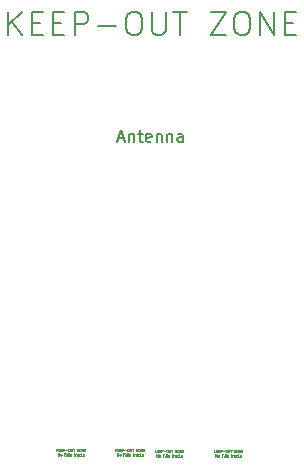
<source format=gbr>
%TF.GenerationSoftware,KiCad,Pcbnew,9.0.0*%
%TF.CreationDate,2025-04-10T21:45:59-06:00*%
%TF.ProjectId,esp32,65737033-322e-46b6-9963-61645f706362,rev?*%
%TF.SameCoordinates,Original*%
%TF.FileFunction,Other,Comment*%
%FSLAX46Y46*%
G04 Gerber Fmt 4.6, Leading zero omitted, Abs format (unit mm)*
G04 Created by KiCad (PCBNEW 9.0.0) date 2025-04-10 21:45:59*
%MOMM*%
%LPD*%
G01*
G04 APERTURE LIST*
%ADD10C,0.030000*%
%ADD11C,0.150000*%
G04 APERTURE END LIST*
D10*
X68359715Y-89105963D02*
X68359715Y-88905963D01*
X68474000Y-89105963D02*
X68388286Y-88991678D01*
X68474000Y-88905963D02*
X68359715Y-89020249D01*
X68559715Y-89001201D02*
X68626381Y-89001201D01*
X68654953Y-89105963D02*
X68559715Y-89105963D01*
X68559715Y-89105963D02*
X68559715Y-88905963D01*
X68559715Y-88905963D02*
X68654953Y-88905963D01*
X68740667Y-89001201D02*
X68807333Y-89001201D01*
X68835905Y-89105963D02*
X68740667Y-89105963D01*
X68740667Y-89105963D02*
X68740667Y-88905963D01*
X68740667Y-88905963D02*
X68835905Y-88905963D01*
X68921619Y-89105963D02*
X68921619Y-88905963D01*
X68921619Y-88905963D02*
X68997809Y-88905963D01*
X68997809Y-88905963D02*
X69016857Y-88915487D01*
X69016857Y-88915487D02*
X69026380Y-88925011D01*
X69026380Y-88925011D02*
X69035904Y-88944059D01*
X69035904Y-88944059D02*
X69035904Y-88972630D01*
X69035904Y-88972630D02*
X69026380Y-88991678D01*
X69026380Y-88991678D02*
X69016857Y-89001201D01*
X69016857Y-89001201D02*
X68997809Y-89010725D01*
X68997809Y-89010725D02*
X68921619Y-89010725D01*
X69121619Y-89029773D02*
X69274000Y-89029773D01*
X69407333Y-88905963D02*
X69445428Y-88905963D01*
X69445428Y-88905963D02*
X69464476Y-88915487D01*
X69464476Y-88915487D02*
X69483523Y-88934535D01*
X69483523Y-88934535D02*
X69493047Y-88972630D01*
X69493047Y-88972630D02*
X69493047Y-89039297D01*
X69493047Y-89039297D02*
X69483523Y-89077392D01*
X69483523Y-89077392D02*
X69464476Y-89096440D01*
X69464476Y-89096440D02*
X69445428Y-89105963D01*
X69445428Y-89105963D02*
X69407333Y-89105963D01*
X69407333Y-89105963D02*
X69388285Y-89096440D01*
X69388285Y-89096440D02*
X69369238Y-89077392D01*
X69369238Y-89077392D02*
X69359714Y-89039297D01*
X69359714Y-89039297D02*
X69359714Y-88972630D01*
X69359714Y-88972630D02*
X69369238Y-88934535D01*
X69369238Y-88934535D02*
X69388285Y-88915487D01*
X69388285Y-88915487D02*
X69407333Y-88905963D01*
X69578762Y-88905963D02*
X69578762Y-89067868D01*
X69578762Y-89067868D02*
X69588285Y-89086916D01*
X69588285Y-89086916D02*
X69597809Y-89096440D01*
X69597809Y-89096440D02*
X69616857Y-89105963D01*
X69616857Y-89105963D02*
X69654952Y-89105963D01*
X69654952Y-89105963D02*
X69674000Y-89096440D01*
X69674000Y-89096440D02*
X69683523Y-89086916D01*
X69683523Y-89086916D02*
X69693047Y-89067868D01*
X69693047Y-89067868D02*
X69693047Y-88905963D01*
X69759714Y-88905963D02*
X69874000Y-88905963D01*
X69816857Y-89105963D02*
X69816857Y-88905963D01*
X70074000Y-88905963D02*
X70207333Y-88905963D01*
X70207333Y-88905963D02*
X70074000Y-89105963D01*
X70074000Y-89105963D02*
X70207333Y-89105963D01*
X70321619Y-88905963D02*
X70359714Y-88905963D01*
X70359714Y-88905963D02*
X70378762Y-88915487D01*
X70378762Y-88915487D02*
X70397809Y-88934535D01*
X70397809Y-88934535D02*
X70407333Y-88972630D01*
X70407333Y-88972630D02*
X70407333Y-89039297D01*
X70407333Y-89039297D02*
X70397809Y-89077392D01*
X70397809Y-89077392D02*
X70378762Y-89096440D01*
X70378762Y-89096440D02*
X70359714Y-89105963D01*
X70359714Y-89105963D02*
X70321619Y-89105963D01*
X70321619Y-89105963D02*
X70302571Y-89096440D01*
X70302571Y-89096440D02*
X70283524Y-89077392D01*
X70283524Y-89077392D02*
X70274000Y-89039297D01*
X70274000Y-89039297D02*
X70274000Y-88972630D01*
X70274000Y-88972630D02*
X70283524Y-88934535D01*
X70283524Y-88934535D02*
X70302571Y-88915487D01*
X70302571Y-88915487D02*
X70321619Y-88905963D01*
X70493048Y-89105963D02*
X70493048Y-88905963D01*
X70493048Y-88905963D02*
X70607333Y-89105963D01*
X70607333Y-89105963D02*
X70607333Y-88905963D01*
X70702572Y-89001201D02*
X70769238Y-89001201D01*
X70797810Y-89105963D02*
X70702572Y-89105963D01*
X70702572Y-89105963D02*
X70702572Y-88905963D01*
X70702572Y-88905963D02*
X70797810Y-88905963D01*
X68493047Y-89505963D02*
X68493047Y-89305963D01*
X68493047Y-89305963D02*
X68607332Y-89505963D01*
X68607332Y-89505963D02*
X68607332Y-89305963D01*
X68731142Y-89505963D02*
X68712094Y-89496440D01*
X68712094Y-89496440D02*
X68702571Y-89486916D01*
X68702571Y-89486916D02*
X68693047Y-89467868D01*
X68693047Y-89467868D02*
X68693047Y-89410725D01*
X68693047Y-89410725D02*
X68702571Y-89391678D01*
X68702571Y-89391678D02*
X68712094Y-89382154D01*
X68712094Y-89382154D02*
X68731142Y-89372630D01*
X68731142Y-89372630D02*
X68759713Y-89372630D01*
X68759713Y-89372630D02*
X68778761Y-89382154D01*
X68778761Y-89382154D02*
X68788285Y-89391678D01*
X68788285Y-89391678D02*
X68797809Y-89410725D01*
X68797809Y-89410725D02*
X68797809Y-89467868D01*
X68797809Y-89467868D02*
X68788285Y-89486916D01*
X68788285Y-89486916D02*
X68778761Y-89496440D01*
X68778761Y-89496440D02*
X68759713Y-89505963D01*
X68759713Y-89505963D02*
X68731142Y-89505963D01*
X69102570Y-89401201D02*
X69035904Y-89401201D01*
X69035904Y-89505963D02*
X69035904Y-89305963D01*
X69035904Y-89305963D02*
X69131142Y-89305963D01*
X69207333Y-89486916D02*
X69216856Y-89496440D01*
X69216856Y-89496440D02*
X69207333Y-89505963D01*
X69207333Y-89505963D02*
X69197809Y-89496440D01*
X69197809Y-89496440D02*
X69207333Y-89486916D01*
X69207333Y-89486916D02*
X69207333Y-89505963D01*
X69416856Y-89486916D02*
X69407332Y-89496440D01*
X69407332Y-89496440D02*
X69378761Y-89505963D01*
X69378761Y-89505963D02*
X69359713Y-89505963D01*
X69359713Y-89505963D02*
X69331142Y-89496440D01*
X69331142Y-89496440D02*
X69312094Y-89477392D01*
X69312094Y-89477392D02*
X69302571Y-89458344D01*
X69302571Y-89458344D02*
X69293047Y-89420249D01*
X69293047Y-89420249D02*
X69293047Y-89391678D01*
X69293047Y-89391678D02*
X69302571Y-89353582D01*
X69302571Y-89353582D02*
X69312094Y-89334535D01*
X69312094Y-89334535D02*
X69331142Y-89315487D01*
X69331142Y-89315487D02*
X69359713Y-89305963D01*
X69359713Y-89305963D02*
X69378761Y-89305963D01*
X69378761Y-89305963D02*
X69407332Y-89315487D01*
X69407332Y-89315487D02*
X69416856Y-89325011D01*
X69588285Y-89372630D02*
X69588285Y-89505963D01*
X69502571Y-89372630D02*
X69502571Y-89477392D01*
X69502571Y-89477392D02*
X69512094Y-89496440D01*
X69512094Y-89496440D02*
X69531142Y-89505963D01*
X69531142Y-89505963D02*
X69559713Y-89505963D01*
X69559713Y-89505963D02*
X69578761Y-89496440D01*
X69578761Y-89496440D02*
X69588285Y-89486916D01*
X69807332Y-89372630D02*
X69883523Y-89372630D01*
X69835904Y-89305963D02*
X69835904Y-89477392D01*
X69835904Y-89477392D02*
X69845427Y-89496440D01*
X69845427Y-89496440D02*
X69864475Y-89505963D01*
X69864475Y-89505963D02*
X69883523Y-89505963D01*
X69950190Y-89505963D02*
X69950190Y-89372630D01*
X69950190Y-89410725D02*
X69959713Y-89391678D01*
X69959713Y-89391678D02*
X69969237Y-89382154D01*
X69969237Y-89382154D02*
X69988285Y-89372630D01*
X69988285Y-89372630D02*
X70007332Y-89372630D01*
X70159714Y-89505963D02*
X70159714Y-89401201D01*
X70159714Y-89401201D02*
X70150190Y-89382154D01*
X70150190Y-89382154D02*
X70131142Y-89372630D01*
X70131142Y-89372630D02*
X70093047Y-89372630D01*
X70093047Y-89372630D02*
X70074000Y-89382154D01*
X70159714Y-89496440D02*
X70140666Y-89505963D01*
X70140666Y-89505963D02*
X70093047Y-89505963D01*
X70093047Y-89505963D02*
X70074000Y-89496440D01*
X70074000Y-89496440D02*
X70064476Y-89477392D01*
X70064476Y-89477392D02*
X70064476Y-89458344D01*
X70064476Y-89458344D02*
X70074000Y-89439297D01*
X70074000Y-89439297D02*
X70093047Y-89429773D01*
X70093047Y-89429773D02*
X70140666Y-89429773D01*
X70140666Y-89429773D02*
X70159714Y-89420249D01*
X70340666Y-89496440D02*
X70321618Y-89505963D01*
X70321618Y-89505963D02*
X70283523Y-89505963D01*
X70283523Y-89505963D02*
X70264475Y-89496440D01*
X70264475Y-89496440D02*
X70254952Y-89486916D01*
X70254952Y-89486916D02*
X70245428Y-89467868D01*
X70245428Y-89467868D02*
X70245428Y-89410725D01*
X70245428Y-89410725D02*
X70254952Y-89391678D01*
X70254952Y-89391678D02*
X70264475Y-89382154D01*
X70264475Y-89382154D02*
X70283523Y-89372630D01*
X70283523Y-89372630D02*
X70321618Y-89372630D01*
X70321618Y-89372630D02*
X70340666Y-89382154D01*
X70426381Y-89505963D02*
X70426381Y-89305963D01*
X70445428Y-89429773D02*
X70502571Y-89505963D01*
X70502571Y-89372630D02*
X70426381Y-89448820D01*
X70578762Y-89496440D02*
X70597809Y-89505963D01*
X70597809Y-89505963D02*
X70635905Y-89505963D01*
X70635905Y-89505963D02*
X70654952Y-89496440D01*
X70654952Y-89496440D02*
X70664476Y-89477392D01*
X70664476Y-89477392D02*
X70664476Y-89467868D01*
X70664476Y-89467868D02*
X70654952Y-89448820D01*
X70654952Y-89448820D02*
X70635905Y-89439297D01*
X70635905Y-89439297D02*
X70607333Y-89439297D01*
X70607333Y-89439297D02*
X70588286Y-89429773D01*
X70588286Y-89429773D02*
X70578762Y-89410725D01*
X70578762Y-89410725D02*
X70578762Y-89401201D01*
X70578762Y-89401201D02*
X70588286Y-89382154D01*
X70588286Y-89382154D02*
X70607333Y-89372630D01*
X70607333Y-89372630D02*
X70635905Y-89372630D01*
X70635905Y-89372630D02*
X70654952Y-89382154D01*
X73359715Y-89105963D02*
X73359715Y-88905963D01*
X73474000Y-89105963D02*
X73388286Y-88991678D01*
X73474000Y-88905963D02*
X73359715Y-89020249D01*
X73559715Y-89001201D02*
X73626381Y-89001201D01*
X73654953Y-89105963D02*
X73559715Y-89105963D01*
X73559715Y-89105963D02*
X73559715Y-88905963D01*
X73559715Y-88905963D02*
X73654953Y-88905963D01*
X73740667Y-89001201D02*
X73807333Y-89001201D01*
X73835905Y-89105963D02*
X73740667Y-89105963D01*
X73740667Y-89105963D02*
X73740667Y-88905963D01*
X73740667Y-88905963D02*
X73835905Y-88905963D01*
X73921619Y-89105963D02*
X73921619Y-88905963D01*
X73921619Y-88905963D02*
X73997809Y-88905963D01*
X73997809Y-88905963D02*
X74016857Y-88915487D01*
X74016857Y-88915487D02*
X74026380Y-88925011D01*
X74026380Y-88925011D02*
X74035904Y-88944059D01*
X74035904Y-88944059D02*
X74035904Y-88972630D01*
X74035904Y-88972630D02*
X74026380Y-88991678D01*
X74026380Y-88991678D02*
X74016857Y-89001201D01*
X74016857Y-89001201D02*
X73997809Y-89010725D01*
X73997809Y-89010725D02*
X73921619Y-89010725D01*
X74121619Y-89029773D02*
X74274000Y-89029773D01*
X74407333Y-88905963D02*
X74445428Y-88905963D01*
X74445428Y-88905963D02*
X74464476Y-88915487D01*
X74464476Y-88915487D02*
X74483523Y-88934535D01*
X74483523Y-88934535D02*
X74493047Y-88972630D01*
X74493047Y-88972630D02*
X74493047Y-89039297D01*
X74493047Y-89039297D02*
X74483523Y-89077392D01*
X74483523Y-89077392D02*
X74464476Y-89096440D01*
X74464476Y-89096440D02*
X74445428Y-89105963D01*
X74445428Y-89105963D02*
X74407333Y-89105963D01*
X74407333Y-89105963D02*
X74388285Y-89096440D01*
X74388285Y-89096440D02*
X74369238Y-89077392D01*
X74369238Y-89077392D02*
X74359714Y-89039297D01*
X74359714Y-89039297D02*
X74359714Y-88972630D01*
X74359714Y-88972630D02*
X74369238Y-88934535D01*
X74369238Y-88934535D02*
X74388285Y-88915487D01*
X74388285Y-88915487D02*
X74407333Y-88905963D01*
X74578762Y-88905963D02*
X74578762Y-89067868D01*
X74578762Y-89067868D02*
X74588285Y-89086916D01*
X74588285Y-89086916D02*
X74597809Y-89096440D01*
X74597809Y-89096440D02*
X74616857Y-89105963D01*
X74616857Y-89105963D02*
X74654952Y-89105963D01*
X74654952Y-89105963D02*
X74674000Y-89096440D01*
X74674000Y-89096440D02*
X74683523Y-89086916D01*
X74683523Y-89086916D02*
X74693047Y-89067868D01*
X74693047Y-89067868D02*
X74693047Y-88905963D01*
X74759714Y-88905963D02*
X74874000Y-88905963D01*
X74816857Y-89105963D02*
X74816857Y-88905963D01*
X75074000Y-88905963D02*
X75207333Y-88905963D01*
X75207333Y-88905963D02*
X75074000Y-89105963D01*
X75074000Y-89105963D02*
X75207333Y-89105963D01*
X75321619Y-88905963D02*
X75359714Y-88905963D01*
X75359714Y-88905963D02*
X75378762Y-88915487D01*
X75378762Y-88915487D02*
X75397809Y-88934535D01*
X75397809Y-88934535D02*
X75407333Y-88972630D01*
X75407333Y-88972630D02*
X75407333Y-89039297D01*
X75407333Y-89039297D02*
X75397809Y-89077392D01*
X75397809Y-89077392D02*
X75378762Y-89096440D01*
X75378762Y-89096440D02*
X75359714Y-89105963D01*
X75359714Y-89105963D02*
X75321619Y-89105963D01*
X75321619Y-89105963D02*
X75302571Y-89096440D01*
X75302571Y-89096440D02*
X75283524Y-89077392D01*
X75283524Y-89077392D02*
X75274000Y-89039297D01*
X75274000Y-89039297D02*
X75274000Y-88972630D01*
X75274000Y-88972630D02*
X75283524Y-88934535D01*
X75283524Y-88934535D02*
X75302571Y-88915487D01*
X75302571Y-88915487D02*
X75321619Y-88905963D01*
X75493048Y-89105963D02*
X75493048Y-88905963D01*
X75493048Y-88905963D02*
X75607333Y-89105963D01*
X75607333Y-89105963D02*
X75607333Y-88905963D01*
X75702572Y-89001201D02*
X75769238Y-89001201D01*
X75797810Y-89105963D02*
X75702572Y-89105963D01*
X75702572Y-89105963D02*
X75702572Y-88905963D01*
X75702572Y-88905963D02*
X75797810Y-88905963D01*
X73493047Y-89505963D02*
X73493047Y-89305963D01*
X73493047Y-89305963D02*
X73607332Y-89505963D01*
X73607332Y-89505963D02*
X73607332Y-89305963D01*
X73731142Y-89505963D02*
X73712094Y-89496440D01*
X73712094Y-89496440D02*
X73702571Y-89486916D01*
X73702571Y-89486916D02*
X73693047Y-89467868D01*
X73693047Y-89467868D02*
X73693047Y-89410725D01*
X73693047Y-89410725D02*
X73702571Y-89391678D01*
X73702571Y-89391678D02*
X73712094Y-89382154D01*
X73712094Y-89382154D02*
X73731142Y-89372630D01*
X73731142Y-89372630D02*
X73759713Y-89372630D01*
X73759713Y-89372630D02*
X73778761Y-89382154D01*
X73778761Y-89382154D02*
X73788285Y-89391678D01*
X73788285Y-89391678D02*
X73797809Y-89410725D01*
X73797809Y-89410725D02*
X73797809Y-89467868D01*
X73797809Y-89467868D02*
X73788285Y-89486916D01*
X73788285Y-89486916D02*
X73778761Y-89496440D01*
X73778761Y-89496440D02*
X73759713Y-89505963D01*
X73759713Y-89505963D02*
X73731142Y-89505963D01*
X74102570Y-89401201D02*
X74035904Y-89401201D01*
X74035904Y-89505963D02*
X74035904Y-89305963D01*
X74035904Y-89305963D02*
X74131142Y-89305963D01*
X74207333Y-89486916D02*
X74216856Y-89496440D01*
X74216856Y-89496440D02*
X74207333Y-89505963D01*
X74207333Y-89505963D02*
X74197809Y-89496440D01*
X74197809Y-89496440D02*
X74207333Y-89486916D01*
X74207333Y-89486916D02*
X74207333Y-89505963D01*
X74416856Y-89486916D02*
X74407332Y-89496440D01*
X74407332Y-89496440D02*
X74378761Y-89505963D01*
X74378761Y-89505963D02*
X74359713Y-89505963D01*
X74359713Y-89505963D02*
X74331142Y-89496440D01*
X74331142Y-89496440D02*
X74312094Y-89477392D01*
X74312094Y-89477392D02*
X74302571Y-89458344D01*
X74302571Y-89458344D02*
X74293047Y-89420249D01*
X74293047Y-89420249D02*
X74293047Y-89391678D01*
X74293047Y-89391678D02*
X74302571Y-89353582D01*
X74302571Y-89353582D02*
X74312094Y-89334535D01*
X74312094Y-89334535D02*
X74331142Y-89315487D01*
X74331142Y-89315487D02*
X74359713Y-89305963D01*
X74359713Y-89305963D02*
X74378761Y-89305963D01*
X74378761Y-89305963D02*
X74407332Y-89315487D01*
X74407332Y-89315487D02*
X74416856Y-89325011D01*
X74588285Y-89372630D02*
X74588285Y-89505963D01*
X74502571Y-89372630D02*
X74502571Y-89477392D01*
X74502571Y-89477392D02*
X74512094Y-89496440D01*
X74512094Y-89496440D02*
X74531142Y-89505963D01*
X74531142Y-89505963D02*
X74559713Y-89505963D01*
X74559713Y-89505963D02*
X74578761Y-89496440D01*
X74578761Y-89496440D02*
X74588285Y-89486916D01*
X74807332Y-89372630D02*
X74883523Y-89372630D01*
X74835904Y-89305963D02*
X74835904Y-89477392D01*
X74835904Y-89477392D02*
X74845427Y-89496440D01*
X74845427Y-89496440D02*
X74864475Y-89505963D01*
X74864475Y-89505963D02*
X74883523Y-89505963D01*
X74950190Y-89505963D02*
X74950190Y-89372630D01*
X74950190Y-89410725D02*
X74959713Y-89391678D01*
X74959713Y-89391678D02*
X74969237Y-89382154D01*
X74969237Y-89382154D02*
X74988285Y-89372630D01*
X74988285Y-89372630D02*
X75007332Y-89372630D01*
X75159714Y-89505963D02*
X75159714Y-89401201D01*
X75159714Y-89401201D02*
X75150190Y-89382154D01*
X75150190Y-89382154D02*
X75131142Y-89372630D01*
X75131142Y-89372630D02*
X75093047Y-89372630D01*
X75093047Y-89372630D02*
X75074000Y-89382154D01*
X75159714Y-89496440D02*
X75140666Y-89505963D01*
X75140666Y-89505963D02*
X75093047Y-89505963D01*
X75093047Y-89505963D02*
X75074000Y-89496440D01*
X75074000Y-89496440D02*
X75064476Y-89477392D01*
X75064476Y-89477392D02*
X75064476Y-89458344D01*
X75064476Y-89458344D02*
X75074000Y-89439297D01*
X75074000Y-89439297D02*
X75093047Y-89429773D01*
X75093047Y-89429773D02*
X75140666Y-89429773D01*
X75140666Y-89429773D02*
X75159714Y-89420249D01*
X75340666Y-89496440D02*
X75321618Y-89505963D01*
X75321618Y-89505963D02*
X75283523Y-89505963D01*
X75283523Y-89505963D02*
X75264475Y-89496440D01*
X75264475Y-89496440D02*
X75254952Y-89486916D01*
X75254952Y-89486916D02*
X75245428Y-89467868D01*
X75245428Y-89467868D02*
X75245428Y-89410725D01*
X75245428Y-89410725D02*
X75254952Y-89391678D01*
X75254952Y-89391678D02*
X75264475Y-89382154D01*
X75264475Y-89382154D02*
X75283523Y-89372630D01*
X75283523Y-89372630D02*
X75321618Y-89372630D01*
X75321618Y-89372630D02*
X75340666Y-89382154D01*
X75426381Y-89505963D02*
X75426381Y-89305963D01*
X75445428Y-89429773D02*
X75502571Y-89505963D01*
X75502571Y-89372630D02*
X75426381Y-89448820D01*
X75578762Y-89496440D02*
X75597809Y-89505963D01*
X75597809Y-89505963D02*
X75635905Y-89505963D01*
X75635905Y-89505963D02*
X75654952Y-89496440D01*
X75654952Y-89496440D02*
X75664476Y-89477392D01*
X75664476Y-89477392D02*
X75664476Y-89467868D01*
X75664476Y-89467868D02*
X75654952Y-89448820D01*
X75654952Y-89448820D02*
X75635905Y-89439297D01*
X75635905Y-89439297D02*
X75607333Y-89439297D01*
X75607333Y-89439297D02*
X75588286Y-89429773D01*
X75588286Y-89429773D02*
X75578762Y-89410725D01*
X75578762Y-89410725D02*
X75578762Y-89401201D01*
X75578762Y-89401201D02*
X75588286Y-89382154D01*
X75588286Y-89382154D02*
X75607333Y-89372630D01*
X75607333Y-89372630D02*
X75635905Y-89372630D01*
X75635905Y-89372630D02*
X75654952Y-89382154D01*
X76807047Y-89585963D02*
X76807047Y-89385963D01*
X76807047Y-89385963D02*
X76921332Y-89585963D01*
X76921332Y-89585963D02*
X76921332Y-89385963D01*
X77045142Y-89585963D02*
X77026094Y-89576440D01*
X77026094Y-89576440D02*
X77016571Y-89566916D01*
X77016571Y-89566916D02*
X77007047Y-89547868D01*
X77007047Y-89547868D02*
X77007047Y-89490725D01*
X77007047Y-89490725D02*
X77016571Y-89471678D01*
X77016571Y-89471678D02*
X77026094Y-89462154D01*
X77026094Y-89462154D02*
X77045142Y-89452630D01*
X77045142Y-89452630D02*
X77073713Y-89452630D01*
X77073713Y-89452630D02*
X77092761Y-89462154D01*
X77092761Y-89462154D02*
X77102285Y-89471678D01*
X77102285Y-89471678D02*
X77111809Y-89490725D01*
X77111809Y-89490725D02*
X77111809Y-89547868D01*
X77111809Y-89547868D02*
X77102285Y-89566916D01*
X77102285Y-89566916D02*
X77092761Y-89576440D01*
X77092761Y-89576440D02*
X77073713Y-89585963D01*
X77073713Y-89585963D02*
X77045142Y-89585963D01*
X77416570Y-89481201D02*
X77349904Y-89481201D01*
X77349904Y-89585963D02*
X77349904Y-89385963D01*
X77349904Y-89385963D02*
X77445142Y-89385963D01*
X77521333Y-89566916D02*
X77530856Y-89576440D01*
X77530856Y-89576440D02*
X77521333Y-89585963D01*
X77521333Y-89585963D02*
X77511809Y-89576440D01*
X77511809Y-89576440D02*
X77521333Y-89566916D01*
X77521333Y-89566916D02*
X77521333Y-89585963D01*
X77730856Y-89566916D02*
X77721332Y-89576440D01*
X77721332Y-89576440D02*
X77692761Y-89585963D01*
X77692761Y-89585963D02*
X77673713Y-89585963D01*
X77673713Y-89585963D02*
X77645142Y-89576440D01*
X77645142Y-89576440D02*
X77626094Y-89557392D01*
X77626094Y-89557392D02*
X77616571Y-89538344D01*
X77616571Y-89538344D02*
X77607047Y-89500249D01*
X77607047Y-89500249D02*
X77607047Y-89471678D01*
X77607047Y-89471678D02*
X77616571Y-89433582D01*
X77616571Y-89433582D02*
X77626094Y-89414535D01*
X77626094Y-89414535D02*
X77645142Y-89395487D01*
X77645142Y-89395487D02*
X77673713Y-89385963D01*
X77673713Y-89385963D02*
X77692761Y-89385963D01*
X77692761Y-89385963D02*
X77721332Y-89395487D01*
X77721332Y-89395487D02*
X77730856Y-89405011D01*
X77902285Y-89452630D02*
X77902285Y-89585963D01*
X77816571Y-89452630D02*
X77816571Y-89557392D01*
X77816571Y-89557392D02*
X77826094Y-89576440D01*
X77826094Y-89576440D02*
X77845142Y-89585963D01*
X77845142Y-89585963D02*
X77873713Y-89585963D01*
X77873713Y-89585963D02*
X77892761Y-89576440D01*
X77892761Y-89576440D02*
X77902285Y-89566916D01*
X78121332Y-89452630D02*
X78197523Y-89452630D01*
X78149904Y-89385963D02*
X78149904Y-89557392D01*
X78149904Y-89557392D02*
X78159427Y-89576440D01*
X78159427Y-89576440D02*
X78178475Y-89585963D01*
X78178475Y-89585963D02*
X78197523Y-89585963D01*
X78264190Y-89585963D02*
X78264190Y-89452630D01*
X78264190Y-89490725D02*
X78273713Y-89471678D01*
X78273713Y-89471678D02*
X78283237Y-89462154D01*
X78283237Y-89462154D02*
X78302285Y-89452630D01*
X78302285Y-89452630D02*
X78321332Y-89452630D01*
X78473714Y-89585963D02*
X78473714Y-89481201D01*
X78473714Y-89481201D02*
X78464190Y-89462154D01*
X78464190Y-89462154D02*
X78445142Y-89452630D01*
X78445142Y-89452630D02*
X78407047Y-89452630D01*
X78407047Y-89452630D02*
X78388000Y-89462154D01*
X78473714Y-89576440D02*
X78454666Y-89585963D01*
X78454666Y-89585963D02*
X78407047Y-89585963D01*
X78407047Y-89585963D02*
X78388000Y-89576440D01*
X78388000Y-89576440D02*
X78378476Y-89557392D01*
X78378476Y-89557392D02*
X78378476Y-89538344D01*
X78378476Y-89538344D02*
X78388000Y-89519297D01*
X78388000Y-89519297D02*
X78407047Y-89509773D01*
X78407047Y-89509773D02*
X78454666Y-89509773D01*
X78454666Y-89509773D02*
X78473714Y-89500249D01*
X78654666Y-89576440D02*
X78635618Y-89585963D01*
X78635618Y-89585963D02*
X78597523Y-89585963D01*
X78597523Y-89585963D02*
X78578475Y-89576440D01*
X78578475Y-89576440D02*
X78568952Y-89566916D01*
X78568952Y-89566916D02*
X78559428Y-89547868D01*
X78559428Y-89547868D02*
X78559428Y-89490725D01*
X78559428Y-89490725D02*
X78568952Y-89471678D01*
X78568952Y-89471678D02*
X78578475Y-89462154D01*
X78578475Y-89462154D02*
X78597523Y-89452630D01*
X78597523Y-89452630D02*
X78635618Y-89452630D01*
X78635618Y-89452630D02*
X78654666Y-89462154D01*
X78740381Y-89585963D02*
X78740381Y-89385963D01*
X78759428Y-89509773D02*
X78816571Y-89585963D01*
X78816571Y-89452630D02*
X78740381Y-89528820D01*
X78892762Y-89576440D02*
X78911809Y-89585963D01*
X78911809Y-89585963D02*
X78949905Y-89585963D01*
X78949905Y-89585963D02*
X78968952Y-89576440D01*
X78968952Y-89576440D02*
X78978476Y-89557392D01*
X78978476Y-89557392D02*
X78978476Y-89547868D01*
X78978476Y-89547868D02*
X78968952Y-89528820D01*
X78968952Y-89528820D02*
X78949905Y-89519297D01*
X78949905Y-89519297D02*
X78921333Y-89519297D01*
X78921333Y-89519297D02*
X78902286Y-89509773D01*
X78902286Y-89509773D02*
X78892762Y-89490725D01*
X78892762Y-89490725D02*
X78892762Y-89481201D01*
X78892762Y-89481201D02*
X78902286Y-89462154D01*
X78902286Y-89462154D02*
X78921333Y-89452630D01*
X78921333Y-89452630D02*
X78949905Y-89452630D01*
X78949905Y-89452630D02*
X78968952Y-89462154D01*
X81807047Y-89585963D02*
X81807047Y-89385963D01*
X81807047Y-89385963D02*
X81921332Y-89585963D01*
X81921332Y-89585963D02*
X81921332Y-89385963D01*
X82045142Y-89585963D02*
X82026094Y-89576440D01*
X82026094Y-89576440D02*
X82016571Y-89566916D01*
X82016571Y-89566916D02*
X82007047Y-89547868D01*
X82007047Y-89547868D02*
X82007047Y-89490725D01*
X82007047Y-89490725D02*
X82016571Y-89471678D01*
X82016571Y-89471678D02*
X82026094Y-89462154D01*
X82026094Y-89462154D02*
X82045142Y-89452630D01*
X82045142Y-89452630D02*
X82073713Y-89452630D01*
X82073713Y-89452630D02*
X82092761Y-89462154D01*
X82092761Y-89462154D02*
X82102285Y-89471678D01*
X82102285Y-89471678D02*
X82111809Y-89490725D01*
X82111809Y-89490725D02*
X82111809Y-89547868D01*
X82111809Y-89547868D02*
X82102285Y-89566916D01*
X82102285Y-89566916D02*
X82092761Y-89576440D01*
X82092761Y-89576440D02*
X82073713Y-89585963D01*
X82073713Y-89585963D02*
X82045142Y-89585963D01*
X82416570Y-89481201D02*
X82349904Y-89481201D01*
X82349904Y-89585963D02*
X82349904Y-89385963D01*
X82349904Y-89385963D02*
X82445142Y-89385963D01*
X82521333Y-89566916D02*
X82530856Y-89576440D01*
X82530856Y-89576440D02*
X82521333Y-89585963D01*
X82521333Y-89585963D02*
X82511809Y-89576440D01*
X82511809Y-89576440D02*
X82521333Y-89566916D01*
X82521333Y-89566916D02*
X82521333Y-89585963D01*
X82730856Y-89566916D02*
X82721332Y-89576440D01*
X82721332Y-89576440D02*
X82692761Y-89585963D01*
X82692761Y-89585963D02*
X82673713Y-89585963D01*
X82673713Y-89585963D02*
X82645142Y-89576440D01*
X82645142Y-89576440D02*
X82626094Y-89557392D01*
X82626094Y-89557392D02*
X82616571Y-89538344D01*
X82616571Y-89538344D02*
X82607047Y-89500249D01*
X82607047Y-89500249D02*
X82607047Y-89471678D01*
X82607047Y-89471678D02*
X82616571Y-89433582D01*
X82616571Y-89433582D02*
X82626094Y-89414535D01*
X82626094Y-89414535D02*
X82645142Y-89395487D01*
X82645142Y-89395487D02*
X82673713Y-89385963D01*
X82673713Y-89385963D02*
X82692761Y-89385963D01*
X82692761Y-89385963D02*
X82721332Y-89395487D01*
X82721332Y-89395487D02*
X82730856Y-89405011D01*
X82902285Y-89452630D02*
X82902285Y-89585963D01*
X82816571Y-89452630D02*
X82816571Y-89557392D01*
X82816571Y-89557392D02*
X82826094Y-89576440D01*
X82826094Y-89576440D02*
X82845142Y-89585963D01*
X82845142Y-89585963D02*
X82873713Y-89585963D01*
X82873713Y-89585963D02*
X82892761Y-89576440D01*
X82892761Y-89576440D02*
X82902285Y-89566916D01*
X83121332Y-89452630D02*
X83197523Y-89452630D01*
X83149904Y-89385963D02*
X83149904Y-89557392D01*
X83149904Y-89557392D02*
X83159427Y-89576440D01*
X83159427Y-89576440D02*
X83178475Y-89585963D01*
X83178475Y-89585963D02*
X83197523Y-89585963D01*
X83264190Y-89585963D02*
X83264190Y-89452630D01*
X83264190Y-89490725D02*
X83273713Y-89471678D01*
X83273713Y-89471678D02*
X83283237Y-89462154D01*
X83283237Y-89462154D02*
X83302285Y-89452630D01*
X83302285Y-89452630D02*
X83321332Y-89452630D01*
X83473714Y-89585963D02*
X83473714Y-89481201D01*
X83473714Y-89481201D02*
X83464190Y-89462154D01*
X83464190Y-89462154D02*
X83445142Y-89452630D01*
X83445142Y-89452630D02*
X83407047Y-89452630D01*
X83407047Y-89452630D02*
X83388000Y-89462154D01*
X83473714Y-89576440D02*
X83454666Y-89585963D01*
X83454666Y-89585963D02*
X83407047Y-89585963D01*
X83407047Y-89585963D02*
X83388000Y-89576440D01*
X83388000Y-89576440D02*
X83378476Y-89557392D01*
X83378476Y-89557392D02*
X83378476Y-89538344D01*
X83378476Y-89538344D02*
X83388000Y-89519297D01*
X83388000Y-89519297D02*
X83407047Y-89509773D01*
X83407047Y-89509773D02*
X83454666Y-89509773D01*
X83454666Y-89509773D02*
X83473714Y-89500249D01*
X83654666Y-89576440D02*
X83635618Y-89585963D01*
X83635618Y-89585963D02*
X83597523Y-89585963D01*
X83597523Y-89585963D02*
X83578475Y-89576440D01*
X83578475Y-89576440D02*
X83568952Y-89566916D01*
X83568952Y-89566916D02*
X83559428Y-89547868D01*
X83559428Y-89547868D02*
X83559428Y-89490725D01*
X83559428Y-89490725D02*
X83568952Y-89471678D01*
X83568952Y-89471678D02*
X83578475Y-89462154D01*
X83578475Y-89462154D02*
X83597523Y-89452630D01*
X83597523Y-89452630D02*
X83635618Y-89452630D01*
X83635618Y-89452630D02*
X83654666Y-89462154D01*
X83740381Y-89585963D02*
X83740381Y-89385963D01*
X83759428Y-89509773D02*
X83816571Y-89585963D01*
X83816571Y-89452630D02*
X83740381Y-89528820D01*
X83892762Y-89576440D02*
X83911809Y-89585963D01*
X83911809Y-89585963D02*
X83949905Y-89585963D01*
X83949905Y-89585963D02*
X83968952Y-89576440D01*
X83968952Y-89576440D02*
X83978476Y-89557392D01*
X83978476Y-89557392D02*
X83978476Y-89547868D01*
X83978476Y-89547868D02*
X83968952Y-89528820D01*
X83968952Y-89528820D02*
X83949905Y-89519297D01*
X83949905Y-89519297D02*
X83921333Y-89519297D01*
X83921333Y-89519297D02*
X83902286Y-89509773D01*
X83902286Y-89509773D02*
X83892762Y-89490725D01*
X83892762Y-89490725D02*
X83892762Y-89481201D01*
X83892762Y-89481201D02*
X83902286Y-89462154D01*
X83902286Y-89462154D02*
X83921333Y-89452630D01*
X83921333Y-89452630D02*
X83949905Y-89452630D01*
X83949905Y-89452630D02*
X83968952Y-89462154D01*
X76673715Y-89185963D02*
X76673715Y-88985963D01*
X76788000Y-89185963D02*
X76702286Y-89071678D01*
X76788000Y-88985963D02*
X76673715Y-89100249D01*
X76873715Y-89081201D02*
X76940381Y-89081201D01*
X76968953Y-89185963D02*
X76873715Y-89185963D01*
X76873715Y-89185963D02*
X76873715Y-88985963D01*
X76873715Y-88985963D02*
X76968953Y-88985963D01*
X77054667Y-89081201D02*
X77121333Y-89081201D01*
X77149905Y-89185963D02*
X77054667Y-89185963D01*
X77054667Y-89185963D02*
X77054667Y-88985963D01*
X77054667Y-88985963D02*
X77149905Y-88985963D01*
X77235619Y-89185963D02*
X77235619Y-88985963D01*
X77235619Y-88985963D02*
X77311809Y-88985963D01*
X77311809Y-88985963D02*
X77330857Y-88995487D01*
X77330857Y-88995487D02*
X77340380Y-89005011D01*
X77340380Y-89005011D02*
X77349904Y-89024059D01*
X77349904Y-89024059D02*
X77349904Y-89052630D01*
X77349904Y-89052630D02*
X77340380Y-89071678D01*
X77340380Y-89071678D02*
X77330857Y-89081201D01*
X77330857Y-89081201D02*
X77311809Y-89090725D01*
X77311809Y-89090725D02*
X77235619Y-89090725D01*
X77435619Y-89109773D02*
X77588000Y-89109773D01*
X77721333Y-88985963D02*
X77759428Y-88985963D01*
X77759428Y-88985963D02*
X77778476Y-88995487D01*
X77778476Y-88995487D02*
X77797523Y-89014535D01*
X77797523Y-89014535D02*
X77807047Y-89052630D01*
X77807047Y-89052630D02*
X77807047Y-89119297D01*
X77807047Y-89119297D02*
X77797523Y-89157392D01*
X77797523Y-89157392D02*
X77778476Y-89176440D01*
X77778476Y-89176440D02*
X77759428Y-89185963D01*
X77759428Y-89185963D02*
X77721333Y-89185963D01*
X77721333Y-89185963D02*
X77702285Y-89176440D01*
X77702285Y-89176440D02*
X77683238Y-89157392D01*
X77683238Y-89157392D02*
X77673714Y-89119297D01*
X77673714Y-89119297D02*
X77673714Y-89052630D01*
X77673714Y-89052630D02*
X77683238Y-89014535D01*
X77683238Y-89014535D02*
X77702285Y-88995487D01*
X77702285Y-88995487D02*
X77721333Y-88985963D01*
X77892762Y-88985963D02*
X77892762Y-89147868D01*
X77892762Y-89147868D02*
X77902285Y-89166916D01*
X77902285Y-89166916D02*
X77911809Y-89176440D01*
X77911809Y-89176440D02*
X77930857Y-89185963D01*
X77930857Y-89185963D02*
X77968952Y-89185963D01*
X77968952Y-89185963D02*
X77988000Y-89176440D01*
X77988000Y-89176440D02*
X77997523Y-89166916D01*
X77997523Y-89166916D02*
X78007047Y-89147868D01*
X78007047Y-89147868D02*
X78007047Y-88985963D01*
X78073714Y-88985963D02*
X78188000Y-88985963D01*
X78130857Y-89185963D02*
X78130857Y-88985963D01*
X78388000Y-88985963D02*
X78521333Y-88985963D01*
X78521333Y-88985963D02*
X78388000Y-89185963D01*
X78388000Y-89185963D02*
X78521333Y-89185963D01*
X78635619Y-88985963D02*
X78673714Y-88985963D01*
X78673714Y-88985963D02*
X78692762Y-88995487D01*
X78692762Y-88995487D02*
X78711809Y-89014535D01*
X78711809Y-89014535D02*
X78721333Y-89052630D01*
X78721333Y-89052630D02*
X78721333Y-89119297D01*
X78721333Y-89119297D02*
X78711809Y-89157392D01*
X78711809Y-89157392D02*
X78692762Y-89176440D01*
X78692762Y-89176440D02*
X78673714Y-89185963D01*
X78673714Y-89185963D02*
X78635619Y-89185963D01*
X78635619Y-89185963D02*
X78616571Y-89176440D01*
X78616571Y-89176440D02*
X78597524Y-89157392D01*
X78597524Y-89157392D02*
X78588000Y-89119297D01*
X78588000Y-89119297D02*
X78588000Y-89052630D01*
X78588000Y-89052630D02*
X78597524Y-89014535D01*
X78597524Y-89014535D02*
X78616571Y-88995487D01*
X78616571Y-88995487D02*
X78635619Y-88985963D01*
X78807048Y-89185963D02*
X78807048Y-88985963D01*
X78807048Y-88985963D02*
X78921333Y-89185963D01*
X78921333Y-89185963D02*
X78921333Y-88985963D01*
X79016572Y-89081201D02*
X79083238Y-89081201D01*
X79111810Y-89185963D02*
X79016572Y-89185963D01*
X79016572Y-89185963D02*
X79016572Y-88985963D01*
X79016572Y-88985963D02*
X79111810Y-88985963D01*
X81673715Y-89185963D02*
X81673715Y-88985963D01*
X81788000Y-89185963D02*
X81702286Y-89071678D01*
X81788000Y-88985963D02*
X81673715Y-89100249D01*
X81873715Y-89081201D02*
X81940381Y-89081201D01*
X81968953Y-89185963D02*
X81873715Y-89185963D01*
X81873715Y-89185963D02*
X81873715Y-88985963D01*
X81873715Y-88985963D02*
X81968953Y-88985963D01*
X82054667Y-89081201D02*
X82121333Y-89081201D01*
X82149905Y-89185963D02*
X82054667Y-89185963D01*
X82054667Y-89185963D02*
X82054667Y-88985963D01*
X82054667Y-88985963D02*
X82149905Y-88985963D01*
X82235619Y-89185963D02*
X82235619Y-88985963D01*
X82235619Y-88985963D02*
X82311809Y-88985963D01*
X82311809Y-88985963D02*
X82330857Y-88995487D01*
X82330857Y-88995487D02*
X82340380Y-89005011D01*
X82340380Y-89005011D02*
X82349904Y-89024059D01*
X82349904Y-89024059D02*
X82349904Y-89052630D01*
X82349904Y-89052630D02*
X82340380Y-89071678D01*
X82340380Y-89071678D02*
X82330857Y-89081201D01*
X82330857Y-89081201D02*
X82311809Y-89090725D01*
X82311809Y-89090725D02*
X82235619Y-89090725D01*
X82435619Y-89109773D02*
X82588000Y-89109773D01*
X82721333Y-88985963D02*
X82759428Y-88985963D01*
X82759428Y-88985963D02*
X82778476Y-88995487D01*
X82778476Y-88995487D02*
X82797523Y-89014535D01*
X82797523Y-89014535D02*
X82807047Y-89052630D01*
X82807047Y-89052630D02*
X82807047Y-89119297D01*
X82807047Y-89119297D02*
X82797523Y-89157392D01*
X82797523Y-89157392D02*
X82778476Y-89176440D01*
X82778476Y-89176440D02*
X82759428Y-89185963D01*
X82759428Y-89185963D02*
X82721333Y-89185963D01*
X82721333Y-89185963D02*
X82702285Y-89176440D01*
X82702285Y-89176440D02*
X82683238Y-89157392D01*
X82683238Y-89157392D02*
X82673714Y-89119297D01*
X82673714Y-89119297D02*
X82673714Y-89052630D01*
X82673714Y-89052630D02*
X82683238Y-89014535D01*
X82683238Y-89014535D02*
X82702285Y-88995487D01*
X82702285Y-88995487D02*
X82721333Y-88985963D01*
X82892762Y-88985963D02*
X82892762Y-89147868D01*
X82892762Y-89147868D02*
X82902285Y-89166916D01*
X82902285Y-89166916D02*
X82911809Y-89176440D01*
X82911809Y-89176440D02*
X82930857Y-89185963D01*
X82930857Y-89185963D02*
X82968952Y-89185963D01*
X82968952Y-89185963D02*
X82988000Y-89176440D01*
X82988000Y-89176440D02*
X82997523Y-89166916D01*
X82997523Y-89166916D02*
X83007047Y-89147868D01*
X83007047Y-89147868D02*
X83007047Y-88985963D01*
X83073714Y-88985963D02*
X83188000Y-88985963D01*
X83130857Y-89185963D02*
X83130857Y-88985963D01*
X83388000Y-88985963D02*
X83521333Y-88985963D01*
X83521333Y-88985963D02*
X83388000Y-89185963D01*
X83388000Y-89185963D02*
X83521333Y-89185963D01*
X83635619Y-88985963D02*
X83673714Y-88985963D01*
X83673714Y-88985963D02*
X83692762Y-88995487D01*
X83692762Y-88995487D02*
X83711809Y-89014535D01*
X83711809Y-89014535D02*
X83721333Y-89052630D01*
X83721333Y-89052630D02*
X83721333Y-89119297D01*
X83721333Y-89119297D02*
X83711809Y-89157392D01*
X83711809Y-89157392D02*
X83692762Y-89176440D01*
X83692762Y-89176440D02*
X83673714Y-89185963D01*
X83673714Y-89185963D02*
X83635619Y-89185963D01*
X83635619Y-89185963D02*
X83616571Y-89176440D01*
X83616571Y-89176440D02*
X83597524Y-89157392D01*
X83597524Y-89157392D02*
X83588000Y-89119297D01*
X83588000Y-89119297D02*
X83588000Y-89052630D01*
X83588000Y-89052630D02*
X83597524Y-89014535D01*
X83597524Y-89014535D02*
X83616571Y-88995487D01*
X83616571Y-88995487D02*
X83635619Y-88985963D01*
X83807048Y-89185963D02*
X83807048Y-88985963D01*
X83807048Y-88985963D02*
X83921333Y-89185963D01*
X83921333Y-89185963D02*
X83921333Y-88985963D01*
X84016572Y-89081201D02*
X84083238Y-89081201D01*
X84111810Y-89185963D02*
X84016572Y-89185963D01*
X84016572Y-89185963D02*
X84016572Y-88985963D01*
X84016572Y-88985963D02*
X84111810Y-88985963D01*
D11*
X64272142Y-53907438D02*
X64272142Y-51907438D01*
X65414999Y-53907438D02*
X64557856Y-52764580D01*
X65414999Y-51907438D02*
X64272142Y-53050295D01*
X66272142Y-52859819D02*
X66938809Y-52859819D01*
X67224523Y-53907438D02*
X66272142Y-53907438D01*
X66272142Y-53907438D02*
X66272142Y-51907438D01*
X66272142Y-51907438D02*
X67224523Y-51907438D01*
X68081666Y-52859819D02*
X68748333Y-52859819D01*
X69034047Y-53907438D02*
X68081666Y-53907438D01*
X68081666Y-53907438D02*
X68081666Y-51907438D01*
X68081666Y-51907438D02*
X69034047Y-51907438D01*
X69891190Y-53907438D02*
X69891190Y-51907438D01*
X69891190Y-51907438D02*
X70653095Y-51907438D01*
X70653095Y-51907438D02*
X70843571Y-52002676D01*
X70843571Y-52002676D02*
X70938809Y-52097914D01*
X70938809Y-52097914D02*
X71034047Y-52288390D01*
X71034047Y-52288390D02*
X71034047Y-52574104D01*
X71034047Y-52574104D02*
X70938809Y-52764580D01*
X70938809Y-52764580D02*
X70843571Y-52859819D01*
X70843571Y-52859819D02*
X70653095Y-52955057D01*
X70653095Y-52955057D02*
X69891190Y-52955057D01*
X71891190Y-53145533D02*
X73415000Y-53145533D01*
X74748332Y-51907438D02*
X75129285Y-51907438D01*
X75129285Y-51907438D02*
X75319761Y-52002676D01*
X75319761Y-52002676D02*
X75510237Y-52193152D01*
X75510237Y-52193152D02*
X75605475Y-52574104D01*
X75605475Y-52574104D02*
X75605475Y-53240771D01*
X75605475Y-53240771D02*
X75510237Y-53621723D01*
X75510237Y-53621723D02*
X75319761Y-53812200D01*
X75319761Y-53812200D02*
X75129285Y-53907438D01*
X75129285Y-53907438D02*
X74748332Y-53907438D01*
X74748332Y-53907438D02*
X74557856Y-53812200D01*
X74557856Y-53812200D02*
X74367380Y-53621723D01*
X74367380Y-53621723D02*
X74272142Y-53240771D01*
X74272142Y-53240771D02*
X74272142Y-52574104D01*
X74272142Y-52574104D02*
X74367380Y-52193152D01*
X74367380Y-52193152D02*
X74557856Y-52002676D01*
X74557856Y-52002676D02*
X74748332Y-51907438D01*
X76462618Y-51907438D02*
X76462618Y-53526485D01*
X76462618Y-53526485D02*
X76557856Y-53716961D01*
X76557856Y-53716961D02*
X76653094Y-53812200D01*
X76653094Y-53812200D02*
X76843570Y-53907438D01*
X76843570Y-53907438D02*
X77224523Y-53907438D01*
X77224523Y-53907438D02*
X77414999Y-53812200D01*
X77414999Y-53812200D02*
X77510237Y-53716961D01*
X77510237Y-53716961D02*
X77605475Y-53526485D01*
X77605475Y-53526485D02*
X77605475Y-51907438D01*
X78272142Y-51907438D02*
X79414999Y-51907438D01*
X78843570Y-53907438D02*
X78843570Y-51907438D01*
X81415000Y-51907438D02*
X82748333Y-51907438D01*
X82748333Y-51907438D02*
X81415000Y-53907438D01*
X81415000Y-53907438D02*
X82748333Y-53907438D01*
X83891190Y-51907438D02*
X84272143Y-51907438D01*
X84272143Y-51907438D02*
X84462619Y-52002676D01*
X84462619Y-52002676D02*
X84653095Y-52193152D01*
X84653095Y-52193152D02*
X84748333Y-52574104D01*
X84748333Y-52574104D02*
X84748333Y-53240771D01*
X84748333Y-53240771D02*
X84653095Y-53621723D01*
X84653095Y-53621723D02*
X84462619Y-53812200D01*
X84462619Y-53812200D02*
X84272143Y-53907438D01*
X84272143Y-53907438D02*
X83891190Y-53907438D01*
X83891190Y-53907438D02*
X83700714Y-53812200D01*
X83700714Y-53812200D02*
X83510238Y-53621723D01*
X83510238Y-53621723D02*
X83415000Y-53240771D01*
X83415000Y-53240771D02*
X83415000Y-52574104D01*
X83415000Y-52574104D02*
X83510238Y-52193152D01*
X83510238Y-52193152D02*
X83700714Y-52002676D01*
X83700714Y-52002676D02*
X83891190Y-51907438D01*
X85605476Y-53907438D02*
X85605476Y-51907438D01*
X85605476Y-51907438D02*
X86748333Y-53907438D01*
X86748333Y-53907438D02*
X86748333Y-51907438D01*
X87700714Y-52859819D02*
X88367381Y-52859819D01*
X88653095Y-53907438D02*
X87700714Y-53907438D01*
X87700714Y-53907438D02*
X87700714Y-51907438D01*
X87700714Y-51907438D02*
X88653095Y-51907438D01*
X73603095Y-62639104D02*
X74079285Y-62639104D01*
X73507857Y-62924819D02*
X73841190Y-61924819D01*
X73841190Y-61924819D02*
X74174523Y-62924819D01*
X74507857Y-62258152D02*
X74507857Y-62924819D01*
X74507857Y-62353390D02*
X74555476Y-62305771D01*
X74555476Y-62305771D02*
X74650714Y-62258152D01*
X74650714Y-62258152D02*
X74793571Y-62258152D01*
X74793571Y-62258152D02*
X74888809Y-62305771D01*
X74888809Y-62305771D02*
X74936428Y-62401009D01*
X74936428Y-62401009D02*
X74936428Y-62924819D01*
X75269762Y-62258152D02*
X75650714Y-62258152D01*
X75412619Y-61924819D02*
X75412619Y-62781961D01*
X75412619Y-62781961D02*
X75460238Y-62877200D01*
X75460238Y-62877200D02*
X75555476Y-62924819D01*
X75555476Y-62924819D02*
X75650714Y-62924819D01*
X76365000Y-62877200D02*
X76269762Y-62924819D01*
X76269762Y-62924819D02*
X76079286Y-62924819D01*
X76079286Y-62924819D02*
X75984048Y-62877200D01*
X75984048Y-62877200D02*
X75936429Y-62781961D01*
X75936429Y-62781961D02*
X75936429Y-62401009D01*
X75936429Y-62401009D02*
X75984048Y-62305771D01*
X75984048Y-62305771D02*
X76079286Y-62258152D01*
X76079286Y-62258152D02*
X76269762Y-62258152D01*
X76269762Y-62258152D02*
X76365000Y-62305771D01*
X76365000Y-62305771D02*
X76412619Y-62401009D01*
X76412619Y-62401009D02*
X76412619Y-62496247D01*
X76412619Y-62496247D02*
X75936429Y-62591485D01*
X76841191Y-62258152D02*
X76841191Y-62924819D01*
X76841191Y-62353390D02*
X76888810Y-62305771D01*
X76888810Y-62305771D02*
X76984048Y-62258152D01*
X76984048Y-62258152D02*
X77126905Y-62258152D01*
X77126905Y-62258152D02*
X77222143Y-62305771D01*
X77222143Y-62305771D02*
X77269762Y-62401009D01*
X77269762Y-62401009D02*
X77269762Y-62924819D01*
X77745953Y-62258152D02*
X77745953Y-62924819D01*
X77745953Y-62353390D02*
X77793572Y-62305771D01*
X77793572Y-62305771D02*
X77888810Y-62258152D01*
X77888810Y-62258152D02*
X78031667Y-62258152D01*
X78031667Y-62258152D02*
X78126905Y-62305771D01*
X78126905Y-62305771D02*
X78174524Y-62401009D01*
X78174524Y-62401009D02*
X78174524Y-62924819D01*
X79079286Y-62924819D02*
X79079286Y-62401009D01*
X79079286Y-62401009D02*
X79031667Y-62305771D01*
X79031667Y-62305771D02*
X78936429Y-62258152D01*
X78936429Y-62258152D02*
X78745953Y-62258152D01*
X78745953Y-62258152D02*
X78650715Y-62305771D01*
X79079286Y-62877200D02*
X78984048Y-62924819D01*
X78984048Y-62924819D02*
X78745953Y-62924819D01*
X78745953Y-62924819D02*
X78650715Y-62877200D01*
X78650715Y-62877200D02*
X78603096Y-62781961D01*
X78603096Y-62781961D02*
X78603096Y-62686723D01*
X78603096Y-62686723D02*
X78650715Y-62591485D01*
X78650715Y-62591485D02*
X78745953Y-62543866D01*
X78745953Y-62543866D02*
X78984048Y-62543866D01*
X78984048Y-62543866D02*
X79079286Y-62496247D01*
M02*

</source>
